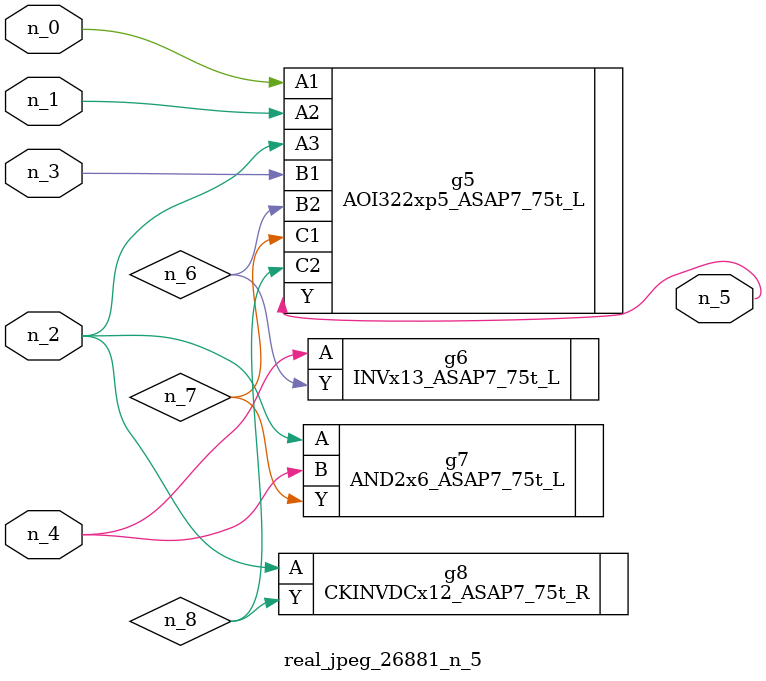
<source format=v>
module real_jpeg_26881_n_5 (n_4, n_0, n_1, n_2, n_3, n_5);

input n_4;
input n_0;
input n_1;
input n_2;
input n_3;

output n_5;

wire n_8;
wire n_6;
wire n_7;

AOI322xp5_ASAP7_75t_L g5 ( 
.A1(n_0),
.A2(n_1),
.A3(n_2),
.B1(n_3),
.B2(n_6),
.C1(n_7),
.C2(n_8),
.Y(n_5)
);

AND2x6_ASAP7_75t_L g7 ( 
.A(n_2),
.B(n_4),
.Y(n_7)
);

CKINVDCx12_ASAP7_75t_R g8 ( 
.A(n_2),
.Y(n_8)
);

INVx13_ASAP7_75t_L g6 ( 
.A(n_4),
.Y(n_6)
);


endmodule
</source>
